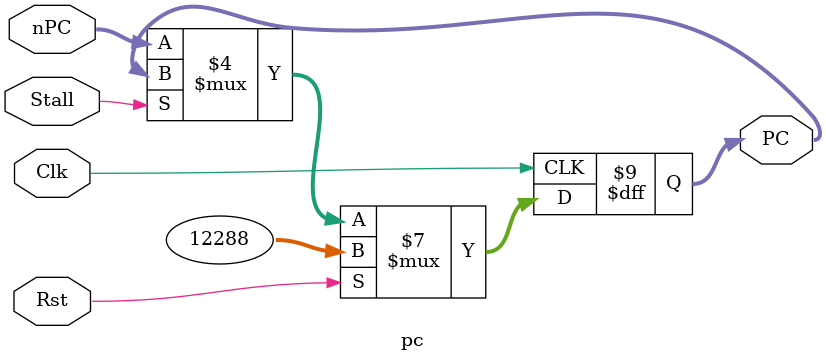
<source format=v>
`timescale 1ns / 1ps
module pc(
    input Clk,
    input Rst,
	 input Stall,
	 input [31:0] nPC,
    output reg [31:0] PC
    );
	initial PC <= 'h0000_3000; 
	always @(posedge Clk) begin
		if (Rst)
			PC <= 'h0000_3000;
		else if (!Stall)
			PC <= nPC;
//		$display("PC: %h\n",PC);
	end

endmodule

</source>
